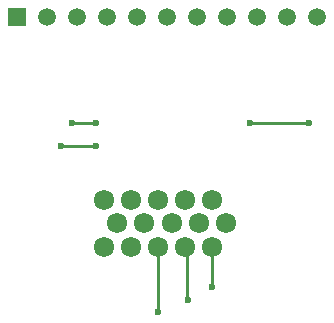
<source format=gbr>
G04*
G04 #@! TF.GenerationSoftware,Altium Limited,Altium Designer,22.4.2 (48)*
G04*
G04 Layer_Physical_Order=2*
G04 Layer_Color=16711680*
%FSLAX25Y25*%
%MOIN*%
G70*
G04*
G04 #@! TF.SameCoordinates,550AB15D-F781-4C29-8757-C47261610ABA*
G04*
G04*
G04 #@! TF.FilePolarity,Positive*
G04*
G01*
G75*
%ADD12C,0.01000*%
%ADD20C,0.05937*%
%ADD21R,0.05937X0.05937*%
%ADD22C,0.06787*%
%ADD23C,0.02362*%
D12*
X43307Y64961D02*
X55118D01*
X93933Y18118D02*
Y31567D01*
Y18118D02*
X93941Y18110D01*
X93925Y31575D02*
X93933Y31567D01*
X106299Y72835D02*
X125984D01*
X85528Y13871D02*
Y31575D01*
X75815Y25070D02*
Y31575D01*
Y25070D02*
X75847Y25038D01*
Y9867D02*
Y25038D01*
X47244Y72835D02*
X55118D01*
X84870Y31575D02*
X85135Y31310D01*
X85528Y13871D02*
X85660Y13738D01*
D20*
X68740Y108268D02*
D03*
X58740D02*
D03*
X48740D02*
D03*
X38740D02*
D03*
X78740D02*
D03*
X128740D02*
D03*
X118740D02*
D03*
X108740D02*
D03*
X98740D02*
D03*
X88740D02*
D03*
D21*
X28740D02*
D03*
D22*
X93925Y47165D02*
D03*
X84870D02*
D03*
X75815D02*
D03*
X66760D02*
D03*
X57705D02*
D03*
Y31575D02*
D03*
X75815D02*
D03*
X66760D02*
D03*
X84870D02*
D03*
X93925D02*
D03*
X62205Y39370D02*
D03*
X80315D02*
D03*
X71260D02*
D03*
X89370D02*
D03*
X98425D02*
D03*
D23*
X43307Y64961D02*
D03*
X55118D02*
D03*
X106299Y72835D02*
D03*
X125984D02*
D03*
X75847Y9867D02*
D03*
X47244Y72835D02*
D03*
X55118D02*
D03*
X85660Y13738D02*
D03*
X93941Y18110D02*
D03*
M02*

</source>
